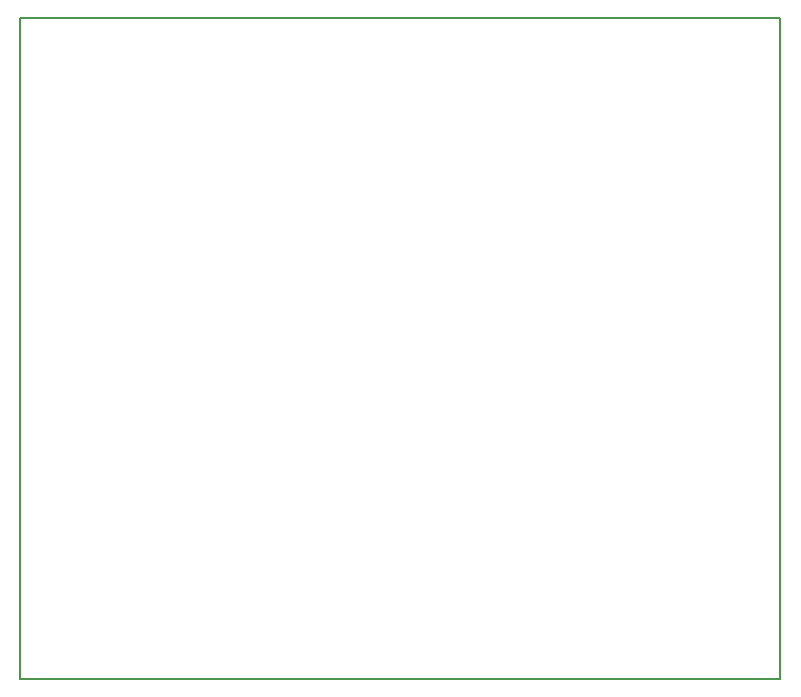
<source format=gm1>
G04 MADE WITH FRITZING*
G04 WWW.FRITZING.ORG*
G04 DOUBLE SIDED*
G04 HOLES PLATED*
G04 CONTOUR ON CENTER OF CONTOUR VECTOR*
%ASAXBY*%
%FSLAX23Y23*%
%MOIN*%
%OFA0B0*%
%SFA1.0B1.0*%
%ADD10R,2.542440X2.211660*%
%ADD11C,0.008000*%
%ADD10C,0.008*%
%LNCONTOUR*%
G90*
G70*
G54D10*
G54D11*
X4Y2208D02*
X2538Y2208D01*
X2538Y4D01*
X4Y4D01*
X4Y2208D01*
D02*
G04 End of contour*
M02*
</source>
